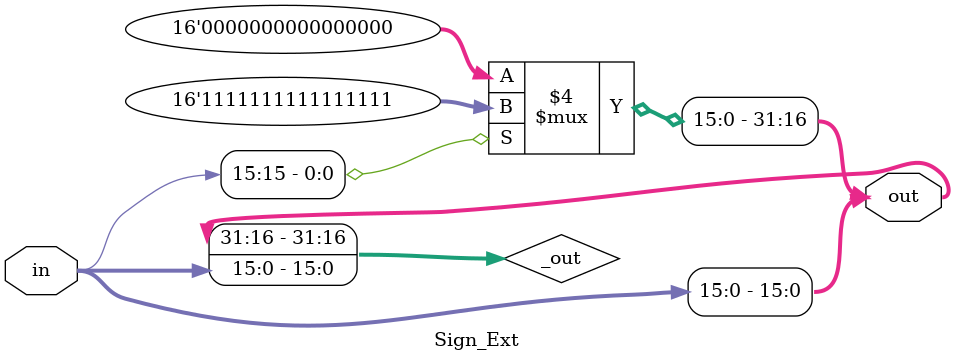
<source format=v>
module Sign_Ext(in, out);
input [15:0]in;
output wire[31:0] out;

reg[31:0]_out;


always @(*) begin
if(in[15] == 0) begin
 _out[31:16] = 0;
 _out[15:0] = in[15:0];
end
else begin
 _out[31:0] = {{16{1'b1}},in[15:0]}; 
end
end

assign out = _out;

endmodule 
</source>
